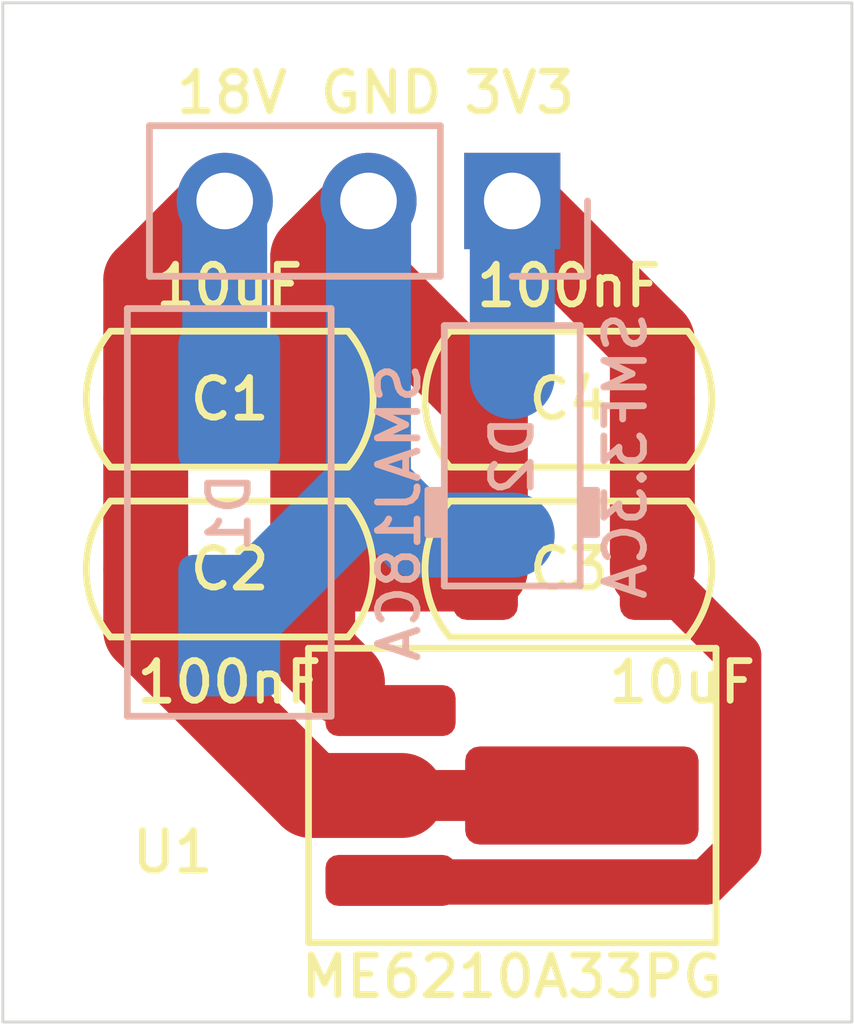
<source format=kicad_pcb>
(kicad_pcb (version 20241229) (generator "pcbnew") (generator_version "9.0")
  (layers (0 "F.Cu" signal) (2 "B.Cu" signal) (13 "F.Paste" user) (15 "B.Paste" user) (5 "F.SilkS" user "F.Silkscreen") (7 "B.SilkS" user "B.Silkscreen") (1 "F.Mask" user) (3 "B.Mask" user) (25 "Edge.Cuts" user))
  (net 0 "")
  (net 1 "GND")
  (net 2 "+3.3V")
  (net 3 "+18V")
  (footprint "PCM_Capacitor_SMD_AKL:C_1206_3216Metric" (layer "F.Cu") (at 117 66)
    (property "Reference" "C1" (at 0.007668 0 0) (layer "F.SilkS") (effects (font (size 0.7 0.7) (thickness 0.12))))
    (property "Value" "10uF" (at 0 -2 0) (layer "F.SilkS") (effects (font (size 0.7 0.7) (thickness 0.12))))
    (fp_line (start -2.1 1.2) (end 2.1 1.2) (stroke (width 0.12)) (layer "F.SilkS"))
    (fp_line (start 2.1 -1.2) (end -2.1 -1.2) (stroke (width 0.12)) (layer "F.SilkS"))
    (fp_arc (start -2.1 1.2) (mid -2.526625 0) (end -2.1 -1.2) (stroke (width 0.12)) (layer "F.SilkS"))
    (fp_arc (start 2.1 -1.2) (mid 2.541962 0) (end 2.1 1.2) (stroke (width 0.12)) (layer "F.SilkS"))
    (pad "1" smd roundrect (at -1.475 0) (size 1.15 1.8) (layers "F.Cu" "F.Mask" "F.Paste") (roundrect_rratio 0.217391) (net 3 "+18V"))
    (pad "2" smd roundrect (at 1.475 0) (size 1.15 1.8) (layers "F.Cu" "F.Mask" "F.Paste") (roundrect_rratio 0.217391) (net 1 "GND"))
  )
  (footprint "PCM_Capacitor_SMD_AKL:C_1206_3216Metric" (layer "F.Cu") (at 123 66 180)
    (property "Reference" "C4" (at 0.007668 0 0) (layer "F.SilkS") (effects (font (size 0.7 0.7) (thickness 0.12))))
    (property "Value" "100nF" (at 0 2 180) (layer "F.SilkS") (effects (font (size 0.7 0.7) (thickness 0.12))))
    (fp_line (start 2.1 -1.2) (end -2.1 -1.2) (stroke (width 0.12)) (layer "F.SilkS"))
    (fp_line (start -2.1 1.2) (end 2.1 1.2) (stroke (width 0.12)) (layer "F.SilkS"))
    (fp_arc (start 2.1 -1.2) (mid 2.541962 0) (end 2.1 1.2) (stroke (width 0.12)) (layer "F.SilkS"))
    (fp_arc (start -2.1 1.2) (mid -2.526625 0) (end -2.1 -1.2) (stroke (width 0.12)) (layer "F.SilkS"))
    (pad "1" smd roundrect (at -1.475 0 180) (size 1.15 1.8) (layers "F.Cu" "F.Mask" "F.Paste") (roundrect_rratio 0.217391) (net 2 "+3.3V"))
    (pad "2" smd roundrect (at 1.475 0 180) (size 1.15 1.8) (layers "F.Cu" "F.Mask" "F.Paste") (roundrect_rratio 0.217391) (net 1 "GND"))
  )
  (footprint "PCM_Capacitor_SMD_AKL:C_1206_3216Metric" (layer "F.Cu") (at 117 69)
    (property "Reference" "C2" (at 0.007668 0 0) (layer "F.SilkS") (effects (font (size 0.7 0.7) (thickness 0.12))))
    (property "Value" "100nF" (at 0 2 0) (layer "F.SilkS") (effects (font (size 0.7 0.7) (thickness 0.12))))
    (fp_line (start -2.1 1.2) (end 2.1 1.2) (stroke (width 0.12)) (layer "F.SilkS"))
    (fp_line (start 2.1 -1.2) (end -2.1 -1.2) (stroke (width 0.12)) (layer "F.SilkS"))
    (fp_arc (start -2.1 1.2) (mid -2.526625 0) (end -2.1 -1.2) (stroke (width 0.12)) (layer "F.SilkS"))
    (fp_arc (start 2.1 -1.2) (mid 2.541962 0) (end 2.1 1.2) (stroke (width 0.12)) (layer "F.SilkS"))
    (pad "1" smd roundrect (at -1.475 0) (size 1.15 1.8) (layers "F.Cu" "F.Mask" "F.Paste") (roundrect_rratio 0.217391) (net 3 "+18V"))
    (pad "2" smd roundrect (at 1.475 0) (size 1.15 1.8) (layers "F.Cu" "F.Mask" "F.Paste") (roundrect_rratio 0.217391) (net 1 "GND"))
  )
  (footprint "PCM_Capacitor_SMD_AKL:C_1206_3216Metric" (layer "F.Cu") (at 123 69 180)
    (property "Reference" "C3" (at 0 0 0) (layer "F.SilkS") (effects (font (size 0.7 0.7) (thickness 0.12))))
    (property "Value" "10uF" (at -2 -2 180) (layer "F.SilkS") (effects (font (size 0.7 0.7) (thickness 0.12))))
    (fp_line (start 2.1 -1.2) (end -2.1 -1.2) (stroke (width 0.12)) (layer "F.SilkS"))
    (fp_line (start -2.1 1.2) (end 2.1 1.2) (stroke (width 0.12)) (layer "F.SilkS"))
    (fp_arc (start 2.1 -1.2) (mid 2.541962 0) (end 2.1 1.2) (stroke (width 0.12)) (layer "F.SilkS"))
    (fp_arc (start -2.1 1.2) (mid -2.526625 0) (end -2.1 -1.2) (stroke (width 0.12)) (layer "F.SilkS"))
    (pad "1" smd roundrect (at -1.475 0 180) (size 1.15 1.8) (layers "F.Cu" "F.Mask" "F.Paste") (roundrect_rratio 0.217391) (net 2 "+3.3V"))
    (pad "2" smd roundrect (at 1.475 0 180) (size 1.15 1.8) (layers "F.Cu" "F.Mask" "F.Paste") (roundrect_rratio 0.217391) (net 1 "GND"))
  )
  (footprint "PCM_Package_TO_SOT_SMD_AKL:SOT-89-3_BigPads" (layer "F.Cu") (at 122 73)
    (property "Reference" "U1" (at -6 1 0) (layer "F.SilkS") (effects (font (size 0.7 0.7) (thickness 0.12))))
    (property "Value" "ME6210A33PG" (at 0 3.2 0) (layer "F.SilkS") (effects (font (size 0.7 0.7) (thickness 0.12))))
    (fp_line (start -3.6 -2.6) (end -3.6 2.6) (stroke (width 0.12)) (layer "F.SilkS"))
    (fp_line (start -3.6 2.6) (end 3.6 2.6) (stroke (width 0.12)) (layer "F.SilkS"))
    (fp_line (start 3.6 -2.6) (end -3.6 -2.6) (stroke (width 0.12)) (layer "F.SilkS"))
    (fp_line (start 3.6 2.6) (end 3.6 -2.6) (stroke (width 0.12)) (layer "F.SilkS"))
    (pad "1" smd roundrect (at -2.15 -1.5) (size 2.3 0.9) (layers "F.Cu" "F.Mask" "F.Paste") (net 1 "GND"))
    (pad "2" smd roundrect (at -1.95 0) (size 2.7 0.9) (layers "F.Cu" "F.Mask" "F.Paste") (net 3 "+18V"))
    (pad "2" smd roundrect (at 1.23 0) (size 4.125 1.733) (layers "F.Cu" "F.Mask" "F.Paste") (roundrect_rratio 0.1442585113) (net 3 "+18V"))
    (pad "3" smd roundrect (at -2.15 1.5) (size 2.3 0.9) (layers "F.Cu" "F.Mask" "F.Paste") (net 2 "+3.3V"))
  )
  (footprint "PCM_Diode_SMD_AKL:D_SMA_TVS" (layer "B.Cu") (at 117 68 90)
    (property "Reference" "D1" (at 0 0 90) (layer "B.SilkS") (effects (font (size 0.7 0.7) (thickness 0.12)) (justify mirror)))
    (property "Value" "SMAJ18CA" (at 0 3 90) (layer "B.SilkS") (effects (font (size 0.7 0.7) (thickness 0.12)) (justify mirror)))
    (fp_line (start 3.6 -1.8) (end 3.6 1.8) (stroke (width 0.12)) (layer "B.SilkS"))
    (fp_line (start -3.6 -1.8) (end 3.6 -1.8) (stroke (width 0.12)) (layer "B.SilkS"))
    (fp_line (start 3.6 1.8) (end -3.6 1.8) (stroke (width 0.12)) (layer "B.SilkS"))
    (fp_line (start -3.6 1.8) (end -3.6 -1.8) (stroke (width 0.12)) (layer "B.SilkS"))
    (pad "1" smd roundrect (at -2 0 90) (size 2.5 1.8) (layers "B.Cu" "B.Mask" "B.Paste") (roundrect_rratio 0.1388888889) (net 1 "GND"))
    (pad "2" smd roundrect (at 2 0 90) (size 2.5 1.8) (layers "B.Cu" "B.Mask" "B.Paste") (roundrect_rratio 0.1388888889) (net 3 "+18V"))
  )
  (footprint "Connector_PinHeader_2.54mm:PinHeader_1x03_P2.54mm_Vertical" (layer "B.Cu") (at 122 62.5 90)
    (property "Reference" "J1" (hide yes))
    (property "Value" "Conn_01x03" (hide yes))
    (fp_line (start -1.33 -6.41) (end 1.33 -6.41) (stroke (width 0.12)) (layer "B.SilkS"))
    (fp_line (start 1.33 -1.27) (end 1.33 -6.41) (stroke (width 0.12)) (layer "B.SilkS"))
    (fp_line (start -1.33 -1.27) (end -1.33 -6.41) (stroke (width 0.12)) (layer "B.SilkS"))
    (fp_line (start -1.33 -1.27) (end 1.33 -1.27) (stroke (width 0.12)) (layer "B.SilkS"))
    (fp_line (start -1.33 0) (end -1.33 1.33) (stroke (width 0.12)) (layer "B.SilkS"))
    (fp_line (start -1.33 1.33) (end 0 1.33) (stroke (width 0.12)) (layer "B.SilkS"))
    (pad "1" thru_hole rect (at 0 0 90) (size 1.7 1.7) (drill 1) (layers "*.Cu" "*.Mask") (net 2 "+3.3V"))
    (pad "2" thru_hole oval (at 0 -2.54 90) (size 1.7 1.7) (drill 1) (layers "*.Cu" "*.Mask") (net 1 "GND"))
    (pad "3" thru_hole oval (at 0 -5.08 90) (size 1.7 1.7) (drill 1) (layers "*.Cu" "*.Mask") (net 3 "+18V"))
  )
  (footprint "PCM_Diode_SMD_AKL:D_SOD-123F" (layer "B.Cu") (at 122 67 90)
    (property "Reference" "D2" (at 0 0 90) (layer "B.SilkS") (effects (font (size 0.7 0.7) (thickness 0.12)) (justify mirror)))
    (property "Value" "SMF3.3CA" (at 0 2 90) (layer "B.SilkS") (effects (font (size 0.7 0.7) (thickness 0.12)) (justify mirror)))
    (fp_line (start 2.3 -1.2) (end 2.3 1.2) (stroke (width 0.12)) (layer "B.SilkS"))
    (fp_line (start -2.3 -1.2) (end 2.3 -1.2) (stroke (width 0.12)) (layer "B.SilkS"))
    (fp_line (start 2.3 1.2) (end -2.3 1.2) (stroke (width 0.12)) (layer "B.SilkS"))
    (fp_line (start -2.3 1.2) (end -2.3 -1.2) (stroke (width 0.12)) (layer "B.SilkS"))
    (fp_poly (pts (xy -0.6 -1.5) (xy -1.4 -1.5) (xy -1.4 -1.2) (xy -0.6 -1.2)) (stroke (width 0.1)) (fill yes) (layer "B.SilkS"))
    (fp_poly (pts (xy -0.6 1.2) (xy -1.4 1.2) (xy -1.4 1.5) (xy -0.6 1.5)) (stroke (width 0.1)) (fill yes) (layer "B.SilkS"))
    (pad "1" smd roundrect (at -1.4 0 90) (size 1.1 1.1) (layers "B.Cu" "B.Mask" "B.Paste") (roundrect_rratio 0.2272727273) (net 1 "GND"))
    (pad "2" smd roundrect (at 1.4 0 90) (size 1.1 1.1) (layers "B.Cu" "B.Mask" "B.Paste") (roundrect_rratio 0.2272727273) (net 2 "+3.3V"))
  )
  (gr_rect (start 113 59) (end 128 77) (stroke (width 0.05)) (fill no) (layer "Edge.Cuts"))
  (gr_text "GND" (at 118.54 61 0) (layer "F.SilkS") (effects (font (size 0.7 0.7) (thickness 0.12) (bold yes)) (justify left bottom)))
  (gr_text "18V" (at 116 61 0) (layer "F.SilkS") (effects (font (size 0.7 0.7) (thickness 0.12) (bold yes)) (justify left bottom)))
  (gr_text "3V3" (at 121.08 61 0) (layer "F.SilkS") (effects (font (size 0.7 0.7) (thickness 0.12) (bold yes)) (justify left bottom)))
  (segment (start 118.475 70.475) (end 119 71) (width 1.5) (layer "F.Cu") (net 1))
  (segment (start 118.475 69) (end 118.475 70.475) (width 1.5) (layer "F.Cu") (net 1))
  (segment (start 121.525 69) (end 121.525 66) (width 1.5) (layer "F.Cu") (net 1))
  (segment (start 118.475 69) (end 118.475 66) (width 1.5) (layer "F.Cu") (net 1))
  (segment (start 118.475 63.485) (end 119.46 62.5) (width 1.5) (layer "F.Cu") (net 1))
  (segment (start 118.475 66) (end 118.475 63.485) (width 1.5) (layer "F.Cu") (net 1))
  (segment (start 121.525 69) (end 118.475 69) (width 1.5) (layer "F.Cu") (net 1))
  (segment (start 119.46 63.935) (end 121.525 66) (width 1.5) (layer "F.Cu") (net 1))
  (segment (start 119.46 62.5) (end 119.46 63.935) (width 1.5) (layer "F.Cu") (net 1))
  (segment (start 119.46 62.5) (end 119.46 67.54) (width 1.5) (layer "B.Cu") (net 1))
  (segment (start 122 68.4) (end 120.32 68.4) (width 1.5) (layer "B.Cu") (net 1))
  (segment (start 120.32 68.4) (end 119.46 67.54) (width 1.5) (layer "B.Cu") (net 1))
  (segment (start 119.46 67.54) (end 117 70) (width 1.5) (layer "B.Cu") (net 1))
  (segment (start 124.475 66) (end 124.475 64.975) (width 1.5) (layer "F.Cu") (net 2))
  (segment (start 124.475 69) (end 124.475 66) (width 1.5) (layer "F.Cu") (net 2))
  (segment (start 126 70.525) (end 124.475 69) (width 0.8) (layer "F.Cu") (net 2))
  (segment (start 124.475 64.975) (end 122 62.5) (width 1.5) (layer "F.Cu") (net 2))
  (segment (start 125.426776 74.5275) (end 126 73.954276) (width 0.8) (layer "F.Cu") (net 2))
  (segment (start 119.85 74.5) (end 119.8775 74.5275) (width 0.8) (layer "F.Cu") (net 2))
  (segment (start 126 73.954276) (end 126 70.525) (width 0.8) (layer "F.Cu") (net 2))
  (segment (start 119.8775 74.5275) (end 125.426776 74.5275) (width 0.8) (layer "F.Cu") (net 2))
  (segment (start 122 62.5) (end 122 65.6) (width 1.5) (layer "B.Cu") (net 2))
  (segment (start 115.525 66) (end 115.525 63.895) (width 1.5) (layer "F.Cu") (net 3))
  (segment (start 115.525 69) (end 115.525 70.079204) (width 1.5) (layer "F.Cu") (net 3))
  (segment (start 118.445796 73) (end 120.05 73) (width 1.5) (layer "F.Cu") (net 3))
  (segment (start 115.525 70.079204) (end 118.445796 73) (width 1.5) (layer "F.Cu") (net 3))
  (segment (start 115.525 69) (end 115.525 66) (width 1.5) (layer "F.Cu") (net 3))
  (segment (start 115.525 63.895) (end 116.92 62.5) (width 1.5) (layer "F.Cu") (net 3))
  (segment (start 116.92 62.5) (end 116.92 65.92) (width 1.5) (layer "B.Cu") (net 3))
  (segment (start 116.92 65.92) (end 117 66) (width 1.5) (layer "B.Cu") (net 3))
)
</source>
